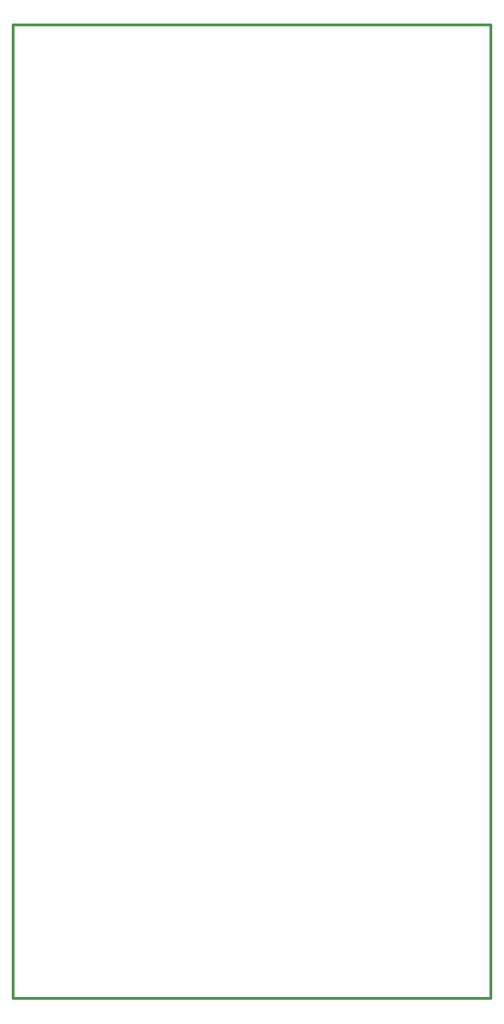
<source format=gko>
G04 Layer_Color=16711935*
%FSLAX25Y25*%
%MOIN*%
G70*
G01*
G75*
%ADD56C,0.01181*%
D56*
X208661Y303150D02*
X438976D01*
Y771654D01*
X208661D02*
X438976D01*
X208661Y303150D02*
Y771654D01*
M02*

</source>
